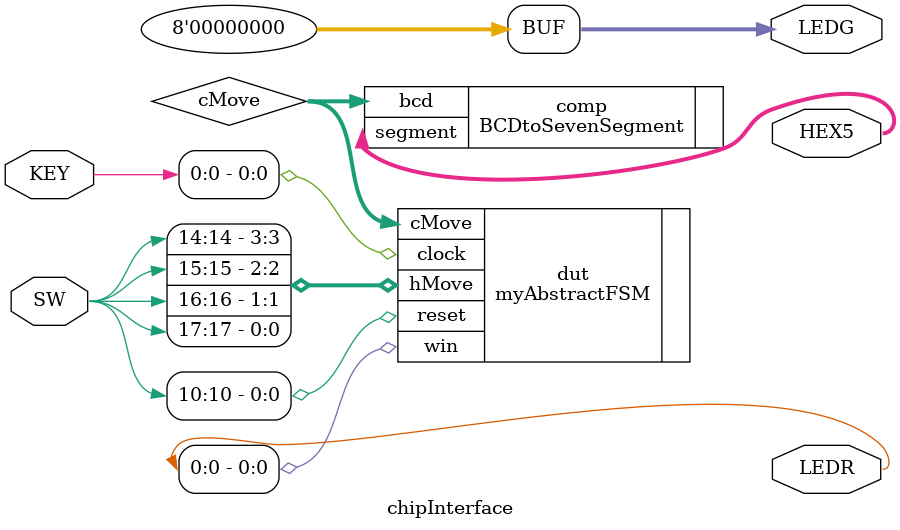
<source format=sv>
`default_nettype none

module chipInterface
  (input logic [3:0] KEY,
   input logic [17:0] SW,
   output logic [6:0] HEX5,
   output logic [17:0] LEDR,
   output logic [7:0] LEDG);
  
  logic [3:0] cMove;
  
  assign LEDG = 8'b00000000;
  
  myAbstractFSM   dut (.cMove(cMove), .win(LEDR[0]),
                        .hMove({SW[14], SW[15], SW[16], SW[17]}), .clock(KEY[0]),
                        .reset(SW[10]));
  BCDtoSevenSegment comp (.bcd(cMove), .segment(HEX5));

endmodule: chipInterface
</source>
